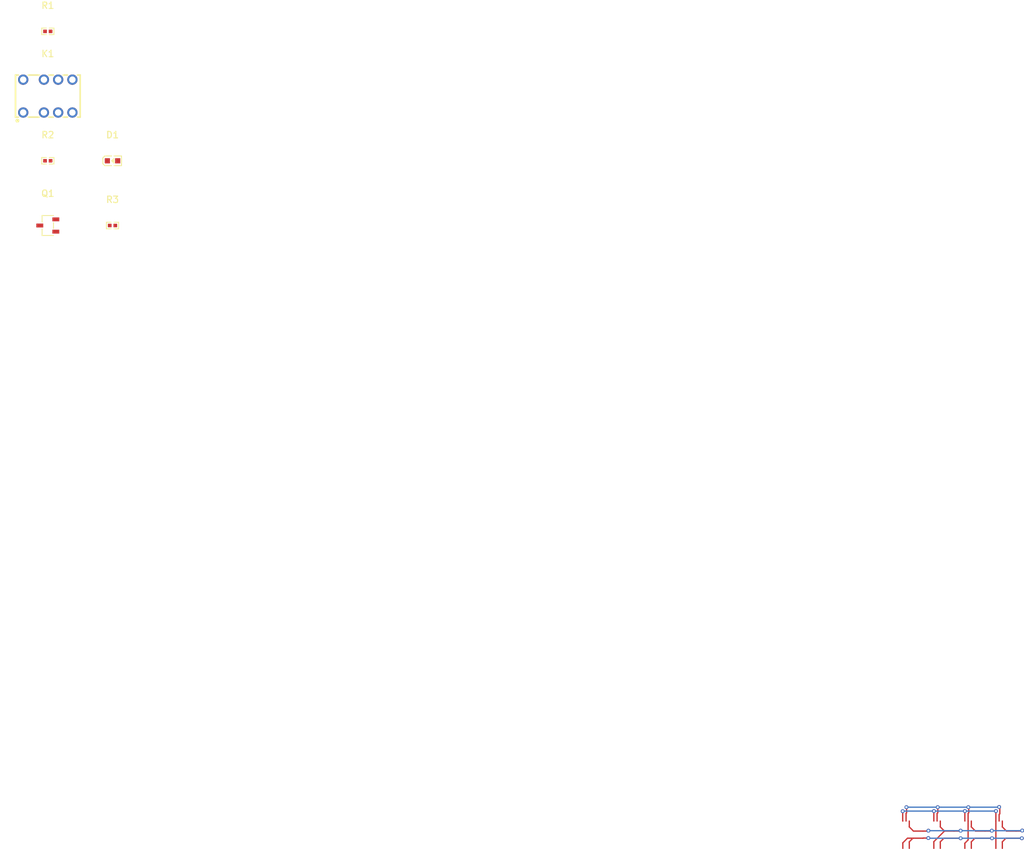
<source format=kicad_pcb>
(kicad_pcb (version 20241229) (generator "pcbnew") (generator_version "9.0")
  (layers (0 "F.Cu" signal) (2 "B.Cu" signal) (13 "F.Paste" user) (15 "B.Paste" user) (5 "F.SilkS" user "F.Silkscreen") (7 "B.SilkS" user "B.Silkscreen") (1 "F.Mask" user) (3 "B.Mask" user) (25 "Edge.Cuts" user))
  (net 0 "")
  (net 25 "line")
  (net 26 "hv-1")
  (net 27 "gnd-1")
  (net 28 "cathode")
  (net 29 "power_relay.relay.footprint.pins[6].net-net")
  (net 30 "gate")
  (net 31 "power_relay-gnd")
  (net 32 "gnd-2")
  (net 33 "gnd")
  (net 34 "hv-2")
  (net 35 "hv")
  (net 36 "power_relay.relay.footprint.pins[1].net-net")
  (footprint "atopile:SOT-23-3_L2.9-W1.6-P1.90-LS2.8-BR-186170" (layer "F.Cu") (at 0 0 0)
    (property "Reference" "Q1" (at 0 -4.95 0) (layer "F.SilkS") (hide no))
    (property "Value" "")
    (fp_line (start 0.88 -1.54) (end -0.88 -1.54) (stroke (width 0.15)) (layer "F.SilkS"))
    (fp_line (start -0.88 -1.54) (end -0.88 -0.49) (stroke (width 0.15)) (layer "F.SilkS"))
    (fp_line (start 0.88 1.54) (end -0.88 1.54) (stroke (width 0.15)) (layer "F.SilkS"))
    (fp_line (start -0.88 1.54) (end -0.88 0.49) (stroke (width 0.15)) (layer "F.SilkS"))
    (fp_line (start 0.88 -0.46) (end 0.88 0.46) (stroke (width 0.15)) (layer "F.SilkS"))
    (fp_text user "${REFERENCE}" (at 0 -4.95 0) (layer "F.SilkS"))
    (pad "1" smd rect (at 1.24 0.95 0) (size 1.07 0.6) (layers "F.Cu" "F.Paste" "F.Mask") (net 30 "gate"))
    (pad "2" smd rect (at 1.24 -0.95 0) (size 1.07 0.6) (layers "F.Cu" "F.Paste" "F.Mask") (net 31 "power_relay-gnd"))
    (pad "3" smd rect (at -1.24 0 0) (size 1.07 0.6) (layers "F.Cu" "F.Paste" "F.Mask") (net 33 "gnd"))
  )
  (footprint "atopile:R0402-56259e" (layer "F.Cu") (at 0 -10 0)
    (property "Reference" "R2" (at 0 -4 0) (layer "F.SilkS") (hide no))
    (property "Value" "1kΩ ±1% 62.5mW")
    (fp_line (start -0.23 0.5) (end -0.94 0.5) (stroke (width 0.15)) (layer "F.SilkS"))
    (fp_line (start -0.94 0.5) (end -0.94 -0.5) (stroke (width 0.15)) (layer "F.SilkS"))
    (fp_line (start -0.94 -0.5) (end -0.23 -0.5) (stroke (width 0.15)) (layer "F.SilkS"))
    (fp_line (start 0.23 0.5) (end 0.94 0.5) (stroke (width 0.15)) (layer "F.SilkS"))
    (fp_line (start 0.94 0.5) (end 0.94 -0.5) (stroke (width 0.15)) (layer "F.SilkS"))
    (fp_line (start 0.94 -0.5) (end 0.23 -0.5) (stroke (width 0.15)) (layer "F.SilkS"))
    (fp_text user "${REFERENCE}" (at 0 -4 0) (layer "F.SilkS"))
    (pad "2" smd rect (at 0.43 0 0) (size 0.57 0.54) (layers "F.Cu" "F.Paste" "F.Mask") (net 33 "gnd"))
    (pad "1" smd rect (at -0.43 0 0) (size 0.57 0.54) (layers "F.Cu" "F.Paste" "F.Mask") (net 25 "line"))
  )
  (footprint "atopile:RELAY-TH_HFDXXX-689a1e" (layer "F.Cu") (at 0 -20 0)
    (property "Reference" "K1" (at 0 -6.54 0) (layer "F.SilkS") (hide no))
    (property "Value" "")
    (fp_line (start 5.01 -3.25) (end 4.59 -3.25) (stroke (width 0.25)) (layer "F.SilkS"))
    (fp_line (start 3.04 -3.25) (end 2.39 -3.25) (stroke (width 0.25)) (layer "F.SilkS"))
    (fp_line (start 0.84 -3.25) (end 0.19 -3.25) (stroke (width 0.25)) (layer "F.SilkS"))
    (fp_line (start -1.36 -3.25) (end -3.01 -3.25) (stroke (width 0.25)) (layer "F.SilkS"))
    (fp_line (start -4.56 -3.25) (end -4.99 -3.25) (stroke (width 0.25)) (layer "F.SilkS"))
    (fp_line (start 3.04 3.25) (end 2.39 3.25) (stroke (width 0.25)) (layer "F.SilkS"))
    (fp_line (start 0.84 3.25) (end 0.19 3.25) (stroke (width 0.25)) (layer "F.SilkS"))
    (fp_line (start -1.36 3.25) (end -3.01 3.25) (stroke (width 0.25)) (layer "F.SilkS"))
    (fp_line (start -4.56 3.25) (end -4.99 3.25) (stroke (width 0.25)) (layer "F.SilkS"))
    (fp_line (start 5.01 -3.25) (end 5.01 3.25) (stroke (width 0.25)) (layer "F.SilkS"))
    (fp_line (start -4.99 3.25) (end -4.99 -3.25) (stroke (width 0.25)) (layer "F.SilkS"))
    (fp_line (start 5.01 3.25) (end 4.59 3.25) (stroke (width 0.25)) (layer "F.SilkS"))
    (fp_circle (center -4.7 3.8) (end -4.55 3.8) (stroke (width 0.3)) (fill no) (layer "F.SilkS"))
    (fp_text user "${REFERENCE}" (at 0 -6.54 0) (layer "F.SilkS"))
    (pad "1" thru_hole circle (at -3.8 2.54 0) (size 1.6 1.6) (drill 0.9999979999999999) (layers "*.Cu" "*.Mask") (net 34 "hv-2"))
    (pad "2" thru_hole circle (at -0.6 2.54 0) (size 1.6 1.6) (drill 0.9999979999999999) (layers "*.Cu" "*.Mask") (net 36 "power_relay.relay.footprint.pins[1].net-net"))
    (pad "3" thru_hole circle (at 1.6 2.54 0) (size 1.6 1.6) (drill 0.9999979999999999) (layers "*.Cu" "*.Mask") (net 27 "gnd-1"))
    (pad "4" thru_hole circle (at 3.8 2.54 0) (size 1.6 1.6) (drill 0.9999979999999999) (layers "*.Cu" "*.Mask") (net 32 "gnd-2"))
    (pad "5" thru_hole circle (at 3.8 -2.54 0) (size 1.6 1.6) (drill 0.9999979999999999) (layers "*.Cu" "*.Mask") (net 26 "hv-1"))
    (pad "6" thru_hole circle (at 1.6 -2.54 0) (size 1.6 1.6) (drill 0.9999979999999999) (layers "*.Cu" "*.Mask") (net 35 "hv"))
    (pad "7" thru_hole circle (at -0.6 -2.54 0) (size 1.6 1.6) (drill 0.9999979999999999) (layers "*.Cu" "*.Mask") (net 29 "power_relay.relay.footprint.pins[6].net-net"))
    (pad "8" thru_hole circle (at -3.8 -2.54 0) (size 1.6 1.6) (drill 0.9999979999999999) (layers "*.Cu" "*.Mask") (net 31 "power_relay-gnd"))
  )
  (footprint "atopile:R0402-56259e" (layer "F.Cu") (at 0 -30 0)
    (property "Reference" "R1" (at 0 -4 0) (layer "F.SilkS") (hide no))
    (property "Value" "10kΩ ±1% 62.5mW")
    (fp_line (start -0.23 0.5) (end -0.94 0.5) (stroke (width 0.15)) (layer "F.SilkS"))
    (fp_line (start -0.94 0.5) (end -0.94 -0.5) (stroke (width 0.15)) (layer "F.SilkS"))
    (fp_line (start -0.94 -0.5) (end -0.23 -0.5) (stroke (width 0.15)) (layer "F.SilkS"))
    (fp_line (start 0.23 0.5) (end 0.94 0.5) (stroke (width 0.15)) (layer "F.SilkS"))
    (fp_line (start 0.94 0.5) (end 0.94 -0.5) (stroke (width 0.15)) (layer "F.SilkS"))
    (fp_line (start 0.94 -0.5) (end 0.23 -0.5) (stroke (width 0.15)) (layer "F.SilkS"))
    (fp_text user "${REFERENCE}" (at 0 -4 0) (layer "F.SilkS"))
    (pad "2" smd rect (at 0.43 0 0) (size 0.57 0.54) (layers "F.Cu" "F.Paste" "F.Mask") (net 30 "gate"))
    (pad "1" smd rect (at -0.43 0 0) (size 0.57 0.54) (layers "F.Cu" "F.Paste" "F.Mask") (net 25 "line"))
  )
  (footprint "atopile:R0402-56259e" (layer "F.Cu") (at 10 0 0)
    (property "Reference" "R3" (at 0 -4 0) (layer "F.SilkS") (hide no))
    (property "Value" "2kΩ ±1% 62.5mW")
    (fp_line (start -0.23 0.5) (end -0.94 0.5) (stroke (width 0.15)) (layer "F.SilkS"))
    (fp_line (start -0.94 0.5) (end -0.94 -0.5) (stroke (width 0.15)) (layer "F.SilkS"))
    (fp_line (start -0.94 -0.5) (end -0.23 -0.5) (stroke (width 0.15)) (layer "F.SilkS"))
    (fp_line (start 0.23 0.5) (end 0.94 0.5) (stroke (width 0.15)) (layer "F.SilkS"))
    (fp_line (start 0.94 0.5) (end 0.94 -0.5) (stroke (width 0.15)) (layer "F.SilkS"))
    (fp_line (start 0.94 -0.5) (end 0.23 -0.5) (stroke (width 0.15)) (layer "F.SilkS"))
    (fp_text user "${REFERENCE}" (at 0 -4 0) (layer "F.SilkS"))
    (pad "2" smd rect (at 0.43 0 0) (size 0.57 0.54) (layers "F.Cu" "F.Paste" "F.Mask") (net 31 "power_relay-gnd"))
    (pad "1" smd rect (at -0.43 0 0) (size 0.57 0.54) (layers "F.Cu" "F.Paste" "F.Mask") (net 28 "cathode"))
  )
  (footprint "atopile:LED0603-RD-c81ffb" (layer "F.Cu") (at 10 -10 0)
    (property "Reference" "D1" (at 0 -4 0) (layer "F.SilkS") (hide no))
    (property "Value" "")
    (fp_line (start 0.22 0.33) (end 0.21 0.33) (stroke (width 0.15)) (layer "F.SilkS"))
    (fp_line (start 0.21 0.33) (end -0.12 0) (stroke (width 0.15)) (layer "F.SilkS"))
    (fp_line (start 0.22 -0.35) (end 0.22 -0.34) (stroke (width 0.15)) (layer "F.SilkS"))
    (fp_line (start 0.22 -0.34) (end -0.12 0) (stroke (width 0.15)) (layer "F.SilkS"))
    (fp_line (start 0.22 -0.35) (end 0.22 0.33) (stroke (width 0.15)) (layer "F.SilkS"))
    (fp_line (start 0.24 -0.75) (end 1.39 -0.75) (stroke (width 0.15)) (layer "F.SilkS"))
    (fp_line (start 0.24 0.75) (end 1.39 0.75) (stroke (width 0.15)) (layer "F.SilkS"))
    (fp_line (start 1.39 -0.75) (end 1.39 0.73) (stroke (width 0.15)) (layer "F.SilkS"))
    (fp_line (start -0.14 0.75) (end -1.19 0.75) (stroke (width 0.15)) (layer "F.SilkS"))
    (fp_line (start -1.49 0.35) (end -1.49 0.45) (stroke (width 0.15)) (layer "F.SilkS"))
    (fp_line (start -1.49 0.45) (end -1.19 0.75) (stroke (width 0.15)) (layer "F.SilkS"))
    (fp_line (start -1.49 -0.35) (end -1.49 0.35) (stroke (width 0.15)) (layer "F.SilkS"))
    (fp_line (start -1.49 -0.35) (end -1.49 -0.45) (stroke (width 0.15)) (layer "F.SilkS"))
    (fp_line (start -1.49 -0.45) (end -1.19 -0.75) (stroke (width 0.15)) (layer "F.SilkS"))
    (fp_line (start -0.14 -0.75) (end -1.19 -0.75) (stroke (width 0.15)) (layer "F.SilkS"))
    (fp_line (start 0.22 0) (end -0.12 0) (stroke (width 0.15)) (layer "F.SilkS"))
    (fp_text user "${REFERENCE}" (at 0 -4 0) (layer "F.SilkS"))
    (pad "2" smd rect (at 0.8 0 90) (size 0.8 0.8) (layers "F.Cu" "F.Paste" "F.Mask") (net 34 "hv-2"))
    (pad "1" smd rect (at -0.8 0 90) (size 0.8 0.8) (layers "F.Cu" "F.Paste" "F.Mask") (net 28 "cathode"))
  )
  (via (at 132.11 90.51) (size 0.6) (drill 0.3) (layers "F.Cu" "B.Cu") (net 0))
  (via (at 141.72 90.49) (size 0.6) (drill 0.3) (layers "F.Cu" "B.Cu") (net 0))
  (via (at 136.94 90.49) (size 0.6) (drill 0.3) (layers "F.Cu" "B.Cu") (net 0))
  (via (at 146.52 90.49) (size 0.6) (drill 0.3) (layers "F.Cu" "B.Cu") (net 0))
  (via (at 132.686459 89.89) (size 0.6) (drill 0.3) (layers "F.Cu" "B.Cu") (net 0))
  (via (at 147.011154 89.858516) (size 0.6) (drill 0.3) (layers "F.Cu" "B.Cu") (net 0))
  (via (at 142.25 89.89) (size 0.6) (drill 0.3) (layers "F.Cu" "B.Cu") (net 0))
  (via (at 137.52 89.89) (size 0.6) (drill 0.3) (layers "F.Cu" "B.Cu") (net 0))
  (via (at 145.88 93.52) (size 0.6) (drill 0.3) (layers "F.Cu" "B.Cu") (net 0))
  (via (at 136.08 93.52) (size 0.6) (drill 0.3) (layers "F.Cu" "B.Cu") (net 0))
  (via (at 150.58 93.5) (size 0.6) (drill 0.3) (layers "F.Cu" "B.Cu") (net 0))
  (via (at 141.06 93.52) (size 0.6) (drill 0.3) (layers "F.Cu" "B.Cu") (net 0))
  (via (at 150.52 94.69) (size 0.6) (drill 0.3) (layers "F.Cu" "B.Cu") (net 0))
  (via (at 136.07 94.66) (size 0.6) (drill 0.3) (layers "F.Cu" "B.Cu") (net 0))
  (via (at 145.91 94.69) (size 0.6) (drill 0.3) (layers "F.Cu" "B.Cu") (net 0))
  (via (at 141.06 94.69) (size 0.6) (drill 0.3) (layers "F.Cu" "B.Cu") (net 0))
  (segment (start 136.923333 92.03) (end 136.923333 90.506667) (width 0.2) (net 0) (layer "F.Cu"))
  (segment (start 141.716667 90.493333) (end 141.72 90.49) (width 0.2) (net 0) (layer "F.Cu"))
  (segment (start 132.11 92.01) (end 132.13 92.03) (width 0.2) (net 0) (layer "F.Cu"))
  (segment (start 132.11 90.51) (end 132.11 92.01) (width 0.2) (net 0) (layer "F.Cu"))
  (segment (start 146.51 90.5) (end 146.52 90.49) (width 0.2) (net 0) (layer "F.Cu"))
  (segment (start 141.716667 92.03) (end 141.716667 90.493333) (width 0.2) (net 0) (layer "F.Cu"))
  (segment (start 146.51 96.25) (end 146.51 92.03) (width 0.2) (net 0) (layer "F.Cu"))
  (segment (start 146.51 92.03) (end 146.51 90.5) (width 0.2) (net 0) (layer "F.Cu"))
  (segment (start 136.923333 90.506667) (end 136.94 90.49) (width 0.2) (net 0) (layer "F.Cu"))
  (segment (start 132.13 90.49) (end 132.11 90.51) (width 0.2) (net 0) (layer "B.Cu"))
  (segment (start 141.72 90.49) (end 136.94 90.49) (width 0.2) (net 0) (layer "B.Cu"))
  (segment (start 136.94 90.49) (end 132.13 90.49) (width 0.2) (net 0) (layer "B.Cu"))
  (segment (start 146.52 90.49) (end 141.72 90.49) (width 0.2) (net 0) (layer "B.Cu"))
  (segment (start 147.01 91.02) (end 147.01 92.03) (width 0.2) (net 0) (layer "F.Cu"))
  (segment (start 132.63 90.839943) (end 132.711 90.758943) (width 0.2) (net 0) (layer "F.Cu"))
  (segment (start 137.541 90.738943) (end 137.541 89.911) (width 0.2) (net 0) (layer "F.Cu"))
  (segment (start 142.216667 90.843276) (end 142.321 90.738943) (width 0.2) (net 0) (layer "F.Cu"))
  (segment (start 137.423333 92.03) (end 137.423333 90.85661) (width 0.2) (net 0) (layer "F.Cu"))
  (segment (start 137.423333 90.85661) (end 137.541 90.738943) (width 0.2) (net 0) (layer "F.Cu"))
  (segment (start 141.716667 96.25) (end 141.716667 95.456332) (width 0.2) (net 0) (layer "F.Cu"))
  (segment (start 137.541 89.911) (end 137.52 89.89) (width 0.2) (net 0) (layer "F.Cu"))
  (segment (start 142.216667 94.956332) (end 142.216667 92.03) (width 0.2) (net 0) (layer "F.Cu"))
  (segment (start 132.63 92.03) (end 132.63 90.839943) (width 0.2) (net 0) (layer "F.Cu"))
  (segment (start 147.121 89.968362) (end 147.121 90.909) (width 0.2) (net 0) (layer "F.Cu"))
  (segment (start 141.716667 95.456332) (end 142.216667 94.956332) (width 0.2) (net 0) (layer "F.Cu"))
  (segment (start 132.711 89.914541) (end 132.686459 89.89) (width 0.2) (net 0) (layer "F.Cu"))
  (segment (start 142.216667 92.03) (end 142.216667 90.843276) (width 0.2) (net 0) (layer "F.Cu"))
  (segment (start 142.321 89.961) (end 142.25 89.89) (width 0.2) (net 0) (layer "F.Cu"))
  (segment (start 147.121 90.909) (end 147.01 91.02) (width 0.2) (net 0) (layer "F.Cu"))
  (segment (start 147.011154 89.858516) (end 147.121 89.968362) (width 0.2) (net 0) (layer "F.Cu"))
  (segment (start 142.321 90.738943) (end 142.321 89.961) (width 0.2) (net 0) (layer "F.Cu"))
  (segment (start 132.711 90.758943) (end 132.711 89.914541) (width 0.2) (net 0) (layer "F.Cu"))
  (segment (start 142.25 89.89) (end 146.97967 89.89) (width 0.2) (net 0) (layer "B.Cu"))
  (segment (start 137.52 89.89) (end 142.25 89.89) (width 0.2) (net 0) (layer "B.Cu"))
  (segment (start 132.686459 89.89) (end 137.52 89.89) (width 0.2) (net 0) (layer "B.Cu"))
  (segment (start 146.97967 89.89) (end 147.011154 89.858516) (width 0.2) (net 0) (layer "B.Cu"))
  (segment (start 133.768332 93.58) (end 133.13 92.941668) (width 0.2) (net 0) (layer "F.Cu"))
  (segment (start 150.5 93.58) (end 150.58 93.5) (width 0.2) (net 0) (layer "F.Cu"))
  (segment (start 140.043333 93.58) (end 141 93.58) (width 0.2) (net 0) (layer "F.Cu"))
  (segment (start 138.561665 93.58) (end 137.923333 92.941668) (width 0.2) (net 0) (layer "F.Cu"))
  (segment (start 145.82 93.58) (end 145.88 93.52) (width 0.2) (net 0) (layer "F.Cu"))
  (segment (start 141 93.58) (end 141.06 93.52) (width 0.2) (net 0) (layer "F.Cu"))
  (segment (start 148.148332 93.58) (end 147.51 92.941668) (width 0.2) (net 0) (layer "F.Cu"))
  (segment (start 140.043333 93.58) (end 138.561665 93.58) (width 0.2) (net 0) (layer "F.Cu"))
  (segment (start 133.13 92.941668) (end 133.13 92.03) (width 0.2) (net 0) (layer "F.Cu"))
  (segment (start 136.02 93.58) (end 136.08 93.52) (width 0.2) (net 0) (layer "F.Cu"))
  (segment (start 144.836667 93.58) (end 143.354999 93.58) (width 0.2) (net 0) (layer "F.Cu"))
  (segment (start 144.836667 93.58) (end 145.82 93.58) (width 0.2) (net 0) (layer "F.Cu"))
  (segment (start 142.716667 92.941668) (end 142.716667 92.03) (width 0.2) (net 0) (layer "F.Cu"))
  (segment (start 137.923333 92.941668) (end 137.923333 92.03) (width 0.2) (net 0) (layer "F.Cu"))
  (segment (start 147.51 92.941668) (end 147.51 92.03) (width 0.2) (net 0) (layer "F.Cu"))
  (segment (start 135.25 93.58) (end 133.768332 93.58) (width 0.2) (net 0) (layer "F.Cu"))
  (segment (start 143.354999 93.58) (end 142.716667 92.941668) (width 0.2) (net 0) (layer "F.Cu"))
  (segment (start 136.923333 95.218332) (end 138.561665 93.58) (width 0.2) (net 0) (layer "F.Cu"))
  (segment (start 136.923333 96.25) (end 136.923333 95.218332) (width 0.2) (net 0) (layer "F.Cu"))
  (segment (start 135.25 93.58) (end 136.02 93.58) (width 0.2) (net 0) (layer "F.Cu"))
  (segment (start 149.63 93.58) (end 150.5 93.58) (width 0.2) (net 0) (layer "F.Cu"))
  (segment (start 149.63 93.58) (end 148.148332 93.58) (width 0.2) (net 0) (layer "F.Cu"))
  (segment (start 150.56 93.52) (end 150.58 93.5) (width 0.2) (net 0) (layer "B.Cu"))
  (segment (start 136.08 93.52) (end 141.06 93.52) (width 0.2) (net 0) (layer "B.Cu"))
  (segment (start 141.06 93.52) (end 145.88 93.52) (width 0.2) (net 0) (layer "B.Cu"))
  (segment (start 145.88 93.52) (end 150.56 93.52) (width 0.2) (net 0) (layer "B.Cu"))
  (segment (start 148.07 94.68) (end 147.51 95.24) (width 0.2) (net 0) (layer "F.Cu"))
  (segment (start 149.63 94.68) (end 150.51 94.68) (width 0.2) (net 0) (layer "F.Cu"))
  (segment (start 140.043333 94.68) (end 141.05 94.68) (width 0.2) (net 0) (layer "F.Cu"))
  (segment (start 143.276667 94.68) (end 142.716667 95.24) (width 0.2) (net 0) (layer "F.Cu"))
  (segment (start 142.716667 95.24) (end 142.716667 96.25) (width 0.2) (net 0) (layer "F.Cu"))
  (segment (start 137.923333 95.24) (end 137.923333 96.25) (width 0.2) (net 0) (layer "F.Cu"))
  (segment (start 135.25 94.68) (end 133.69 94.68) (width 0.2) (net 0) (layer "F.Cu"))
  (segment (start 144.836667 94.68) (end 143.276667 94.68) (width 0.2) (net 0) (layer "F.Cu"))
  (segment (start 144.836667 94.68) (end 145.9 94.68) (width 0.2) (net 0) (layer "F.Cu"))
  (segment (start 150.51 94.68) (end 150.52 94.69) (width 0.2) (net 0) (layer "F.Cu"))
  (segment (start 135.27 94.66) (end 135.25 94.68) (width 0.2) (net 0) (layer "F.Cu"))
  (segment (start 136.07 94.66) (end 135.27 94.66) (width 0.2) (net 0) (layer "F.Cu"))
  (segment (start 145.9 94.68) (end 145.91 94.69) (width 0.2) (net 0) (layer "F.Cu"))
  (segment (start 132.13 95.4) (end 132.85 94.68) (width 0.2) (net 0) (layer "F.Cu"))
  (segment (start 138.483333 94.68) (end 137.923333 95.24) (width 0.2) (net 0) (layer "F.Cu"))
  (segment (start 147.51 95.24) (end 147.51 96.25) (width 0.2) (net 0) (layer "F.Cu"))
  (segment (start 132.13 96.25) (end 132.13 95.4) (width 0.2) (net 0) (layer "F.Cu"))
  (segment (start 133.13 95.24) (end 133.13 96.25) (width 0.2) (net 0) (layer "F.Cu"))
  (segment (start 140.043333 94.68) (end 138.483333 94.68) (width 0.2) (net 0) (layer "F.Cu"))
  (segment (start 132.85 94.68) (end 133.69 94.68) (width 0.2) (net 0) (layer "F.Cu"))
  (segment (start 149.63 94.68) (end 148.07 94.68) (width 0.2) (net 0) (layer "F.Cu"))
  (segment (start 141.05 94.68) (end 141.06 94.69) (width 0.2) (net 0) (layer "F.Cu"))
  (segment (start 133.69 94.68) (end 133.13 95.24) (width 0.2) (net 0) (layer "F.Cu"))
  (segment (start 141.06 94.69) (end 136.1 94.69) (width 0.2) (net 0) (layer "B.Cu"))
  (segment (start 145.91 94.69) (end 141.06 94.69) (width 0.2) (net 0) (layer "B.Cu"))
  (segment (start 136.1 94.69) (end 136.07 94.66) (width 0.2) (net 0) (layer "B.Cu"))
  (segment (start 150.52 94.69) (end 145.91 94.69) (width 0.2) (net 0) (layer "B.Cu"))
)
</source>
